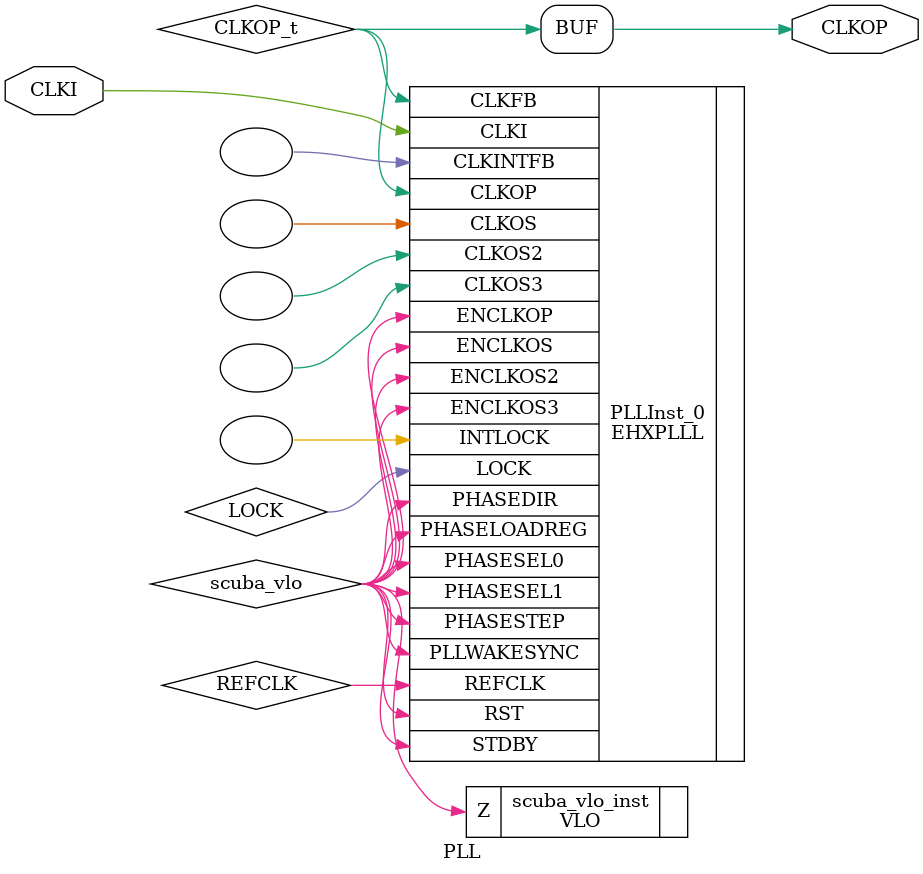
<source format=v>
/* Verilog netlist generated by SCUBA Diamond (64-bit) 3.13.0.56.2 */
/* Module Version: 5.7 */
/* /home/user/FPGA/tools/diamond/usr/local/diamond/3.13/ispfpga/bin/lin64/scuba -w -n PLL -lang verilog -synth lse -arch sa5p00 -type pll -fin 25.00 -fclkop 80.00 -fclkop_tol 5.0 -phase_cntl STATIC -fb_mode 1 -fdc /home/user/Master Thesis/1bitSDR/1bitSDRLatticeTest/IP/PLL/PLL.fdc  */
/* Thu Feb 29 19:39:22 2024 */


`timescale 1 ns / 1 ps
module PLL (CLKI, CLKOP)/* synthesis NGD_DRC_MASK=1 */;
    input wire CLKI;
    output wire CLKOP;

    wire REFCLK;
    wire LOCK;
    wire CLKOP_t;
    wire scuba_vhi;
    wire scuba_vlo;

    VHI scuba_vhi_inst (.Z(scuba_vhi));

    VLO scuba_vlo_inst (.Z(scuba_vlo));

    defparam PLLInst_0.PLLRST_ENA = "DISABLED" ;
    defparam PLLInst_0.INTFB_WAKE = "DISABLED" ;
    defparam PLLInst_0.STDBY_ENABLE = "DISABLED" ;
    defparam PLLInst_0.DPHASE_SOURCE = "DISABLED" ;
    defparam PLLInst_0.CLKOS3_FPHASE = 0 ;
    defparam PLLInst_0.CLKOS3_CPHASE = 0 ;
    defparam PLLInst_0.CLKOS2_FPHASE = 0 ;
    defparam PLLInst_0.CLKOS2_CPHASE = 0 ;
    defparam PLLInst_0.CLKOS_FPHASE = 0 ;
    defparam PLLInst_0.CLKOS_CPHASE = 0 ;
    defparam PLLInst_0.CLKOP_FPHASE = 0 ;
    defparam PLLInst_0.CLKOP_CPHASE = 6 ;
    defparam PLLInst_0.PLL_LOCK_MODE = 0 ;
    defparam PLLInst_0.CLKOS_TRIM_DELAY = 0 ;
    defparam PLLInst_0.CLKOS_TRIM_POL = "FALLING" ;
    defparam PLLInst_0.CLKOP_TRIM_DELAY = 0 ;
    defparam PLLInst_0.CLKOP_TRIM_POL = "FALLING" ;
    defparam PLLInst_0.OUTDIVIDER_MUXD = "DIVD" ;
    defparam PLLInst_0.CLKOS3_ENABLE = "DISABLED" ;
    defparam PLLInst_0.OUTDIVIDER_MUXC = "DIVC" ;
    defparam PLLInst_0.CLKOS2_ENABLE = "DISABLED" ;
    defparam PLLInst_0.OUTDIVIDER_MUXB = "DIVB" ;
    defparam PLLInst_0.CLKOS_ENABLE = "DISABLED" ;
    defparam PLLInst_0.OUTDIVIDER_MUXA = "DIVA" ;
    defparam PLLInst_0.CLKOP_ENABLE = "ENABLED" ;
    defparam PLLInst_0.CLKOS3_DIV = 1 ;
    defparam PLLInst_0.CLKOS2_DIV = 1 ;
    defparam PLLInst_0.CLKOS_DIV = 1 ;
    defparam PLLInst_0.CLKOP_DIV = 7 ;
    defparam PLLInst_0.CLKFB_DIV = 10 ;
    defparam PLLInst_0.CLKI_DIV = 3 ;
    defparam PLLInst_0.FEEDBK_PATH = "CLKOP" ;
    EHXPLLL PLLInst_0 (.CLKI(CLKI), .CLKFB(CLKOP_t), .PHASESEL1(scuba_vlo), 
        .PHASESEL0(scuba_vlo), .PHASEDIR(scuba_vlo), .PHASESTEP(scuba_vlo), 
        .PHASELOADREG(scuba_vlo), .STDBY(scuba_vlo), .PLLWAKESYNC(scuba_vlo), 
        .RST(scuba_vlo), .ENCLKOP(scuba_vlo), .ENCLKOS(scuba_vlo), .ENCLKOS2(scuba_vlo), 
        .ENCLKOS3(scuba_vlo), .CLKOP(CLKOP_t), .CLKOS(), .CLKOS2(), .CLKOS3(), 
        .LOCK(LOCK), .INTLOCK(), .REFCLK(REFCLK), .CLKINTFB())
             /* synthesis FREQUENCY_PIN_CLKOP="83.333333" */
             /* synthesis FREQUENCY_PIN_CLKI="25.000000" */
             /* synthesis ICP_CURRENT="5" */
             /* synthesis LPF_RESISTOR="16" */;

    assign CLKOP = CLKOP_t;


    // exemplar begin
    // exemplar attribute PLLInst_0 FREQUENCY_PIN_CLKOP 83.333333
    // exemplar attribute PLLInst_0 FREQUENCY_PIN_CLKI 25.000000
    // exemplar attribute PLLInst_0 ICP_CURRENT 5
    // exemplar attribute PLLInst_0 LPF_RESISTOR 16
    // exemplar end

endmodule

</source>
